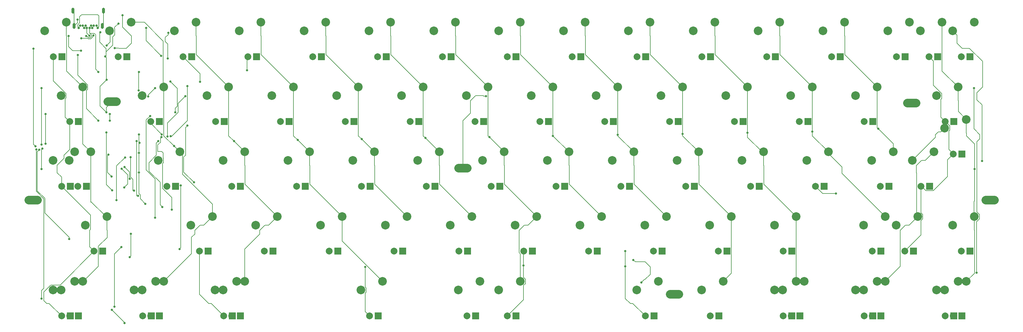
<source format=gbr>
G04 EAGLE Gerber RS-274X export*
G75*
%MOMM*%
%FSLAX34Y34*%
%LPD*%
%INTop Copper*%
%IPPOS*%
%AMOC8*
5,1,8,0,0,1.08239X$1,22.5*%
G01*
%ADD10C,2.540000*%
%ADD11C,2.000000*%
%ADD12R,2.000000X2.000000*%
%ADD13C,0.704800*%
%ADD14C,0.850000*%
%ADD15C,2.552700*%
%ADD16C,0.654800*%
%ADD17C,0.152400*%


D10*
X152400Y977900D03*
X215900Y1003300D03*
D11*
X177800Y901700D03*
D12*
X203200Y901700D03*
D10*
X342900Y977900D03*
X406400Y1003300D03*
D11*
X368300Y901700D03*
D12*
X393700Y901700D03*
D10*
X533400Y977900D03*
X596900Y1003300D03*
D11*
X558800Y901700D03*
D12*
X584200Y901700D03*
D10*
X723900Y977900D03*
X787400Y1003300D03*
D11*
X749300Y901700D03*
D12*
X774700Y901700D03*
D10*
X914400Y977900D03*
X977900Y1003300D03*
D11*
X939800Y901700D03*
D12*
X965200Y901700D03*
D10*
X1104900Y977900D03*
X1168400Y1003300D03*
D11*
X1130300Y901700D03*
D12*
X1155700Y901700D03*
D10*
X1295400Y977900D03*
X1358900Y1003300D03*
D11*
X1320800Y901700D03*
D12*
X1346200Y901700D03*
D10*
X1485900Y977900D03*
X1549400Y1003300D03*
D11*
X1511300Y901700D03*
D12*
X1536700Y901700D03*
D10*
X1676400Y977900D03*
X1739900Y1003300D03*
D11*
X1701800Y901700D03*
D12*
X1727200Y901700D03*
D10*
X1866900Y977900D03*
X1930400Y1003300D03*
D11*
X1892300Y901700D03*
D12*
X1917700Y901700D03*
D10*
X2057400Y977900D03*
X2120900Y1003300D03*
D11*
X2082800Y901700D03*
D12*
X2108200Y901700D03*
D10*
X2247900Y977900D03*
X2311400Y1003300D03*
D11*
X2273300Y901700D03*
D12*
X2298700Y901700D03*
D10*
X2438400Y977900D03*
X2501900Y1003300D03*
D11*
X2463800Y901700D03*
D12*
X2489200Y901700D03*
D10*
X200025Y787400D03*
X263525Y812800D03*
D11*
X225425Y711200D03*
D12*
X250825Y711200D03*
D10*
X438150Y787400D03*
X501650Y812800D03*
D11*
X463550Y711200D03*
D12*
X488950Y711200D03*
D10*
X628650Y787400D03*
X692150Y812800D03*
D11*
X654050Y711200D03*
D12*
X679450Y711200D03*
D10*
X819150Y787400D03*
X882650Y812800D03*
D11*
X844550Y711200D03*
D12*
X869950Y711200D03*
D10*
X1009650Y787400D03*
X1073150Y812800D03*
D11*
X1035050Y711200D03*
D12*
X1060450Y711200D03*
D10*
X1200150Y787400D03*
X1263650Y812800D03*
D11*
X1225550Y711200D03*
D12*
X1250950Y711200D03*
D10*
X1390650Y787400D03*
X1454150Y812800D03*
D11*
X1416050Y711200D03*
D12*
X1441450Y711200D03*
D10*
X1581150Y787400D03*
X1644650Y812800D03*
D11*
X1606550Y711200D03*
D12*
X1631950Y711200D03*
D10*
X1771650Y787400D03*
X1835150Y812800D03*
D11*
X1797050Y711200D03*
D12*
X1822450Y711200D03*
D10*
X1962150Y787400D03*
X2025650Y812800D03*
D11*
X1987550Y711200D03*
D12*
X2012950Y711200D03*
D10*
X2152650Y787400D03*
X2216150Y812800D03*
D11*
X2178050Y711200D03*
D12*
X2203450Y711200D03*
D10*
X2343150Y787400D03*
X2406650Y812800D03*
D11*
X2368550Y711200D03*
D12*
X2393950Y711200D03*
D10*
X2533650Y787400D03*
X2597150Y812800D03*
D11*
X2559050Y711200D03*
D12*
X2584450Y711200D03*
D10*
X2771775Y787400D03*
X2835275Y812800D03*
D11*
X2797175Y711200D03*
D12*
X2822575Y711200D03*
D10*
X223838Y596900D03*
X287338Y622300D03*
D11*
X249238Y520700D03*
D12*
X274638Y520700D03*
D10*
X485775Y596900D03*
X549275Y622300D03*
D11*
X511175Y520700D03*
D12*
X536575Y520700D03*
D10*
X676275Y596900D03*
X739775Y622300D03*
D11*
X701675Y520700D03*
D12*
X727075Y520700D03*
D10*
X866775Y596900D03*
X930275Y622300D03*
D11*
X892175Y520700D03*
D12*
X917575Y520700D03*
D10*
X1057275Y596900D03*
X1120775Y622300D03*
D11*
X1082675Y520700D03*
D12*
X1108075Y520700D03*
D10*
X1247775Y596900D03*
X1311275Y622300D03*
D11*
X1273175Y520700D03*
D12*
X1298575Y520700D03*
D10*
X1438275Y596900D03*
X1501775Y622300D03*
D11*
X1463675Y520700D03*
D12*
X1489075Y520700D03*
D10*
X1628775Y596900D03*
X1692275Y622300D03*
D11*
X1654175Y520700D03*
D12*
X1679575Y520700D03*
D10*
X1819275Y596900D03*
X1882775Y622300D03*
D11*
X1844675Y520700D03*
D12*
X1870075Y520700D03*
D10*
X2009775Y596900D03*
X2073275Y622300D03*
D11*
X2035175Y520700D03*
D12*
X2060575Y520700D03*
D10*
X2200275Y596900D03*
X2263775Y622300D03*
D11*
X2225675Y520700D03*
D12*
X2251075Y520700D03*
D10*
X2390775Y596900D03*
X2454275Y622300D03*
D11*
X2416175Y520700D03*
D12*
X2441575Y520700D03*
D10*
X581025Y406400D03*
X644525Y431800D03*
D11*
X606425Y330200D03*
D12*
X631825Y330200D03*
D10*
X771525Y406400D03*
X835025Y431800D03*
D11*
X796925Y330200D03*
D12*
X822325Y330200D03*
D10*
X962025Y406400D03*
X1025525Y431800D03*
D11*
X987425Y330200D03*
D12*
X1012825Y330200D03*
D10*
X1152525Y406400D03*
X1216025Y431800D03*
D11*
X1177925Y330200D03*
D12*
X1203325Y330200D03*
D10*
X1343025Y406400D03*
X1406525Y431800D03*
D11*
X1368425Y330200D03*
D12*
X1393825Y330200D03*
D10*
X1533525Y406400D03*
X1597025Y431800D03*
D11*
X1558925Y330200D03*
D12*
X1584325Y330200D03*
D10*
X1724025Y406400D03*
X1787525Y431800D03*
D11*
X1749425Y330200D03*
D12*
X1774825Y330200D03*
D10*
X1914525Y406400D03*
X1978025Y431800D03*
D11*
X1939925Y330200D03*
D12*
X1965325Y330200D03*
D10*
X2105025Y406400D03*
X2168525Y431800D03*
D11*
X2130425Y330200D03*
D12*
X2155825Y330200D03*
D10*
X2295525Y406400D03*
X2359025Y431800D03*
D11*
X2320925Y330200D03*
D12*
X2346325Y330200D03*
D10*
X2557463Y406400D03*
X2620963Y431800D03*
D11*
X2582863Y330200D03*
D12*
X2608263Y330200D03*
D10*
X176213Y215900D03*
X239713Y241300D03*
D11*
X201613Y139700D03*
D12*
X227013Y139700D03*
D10*
X414338Y215900D03*
X477838Y241300D03*
D11*
X439738Y139700D03*
D12*
X465138Y139700D03*
D10*
X676275Y215900D03*
X739775Y241300D03*
D11*
X701675Y139700D03*
D12*
X727075Y139700D03*
D10*
X2081213Y215900D03*
X2144713Y241300D03*
D11*
X2106613Y139700D03*
D12*
X2132013Y139700D03*
D10*
X2295525Y215900D03*
X2359025Y241300D03*
D11*
X2320925Y139700D03*
D12*
X2346325Y139700D03*
D10*
X2557463Y215900D03*
X2620963Y241300D03*
D11*
X2582863Y139700D03*
D12*
X2608263Y139700D03*
D10*
X2795588Y215900D03*
X2859088Y241300D03*
D11*
X2820988Y139700D03*
D12*
X2846388Y139700D03*
D10*
X176213Y596900D03*
X239713Y622300D03*
D11*
X201613Y520700D03*
D12*
X227013Y520700D03*
D10*
X2581275Y596900D03*
X2644775Y622300D03*
D11*
X2606675Y520700D03*
D12*
X2632075Y520700D03*
D10*
X2819400Y977900D03*
X2882900Y1003300D03*
D11*
X2844800Y901700D03*
D12*
X2870200Y901700D03*
D10*
X200025Y215900D03*
X263525Y241300D03*
D11*
X225425Y139700D03*
D12*
X250825Y139700D03*
D10*
X438150Y215900D03*
X501650Y241300D03*
D11*
X463550Y139700D03*
D12*
X488950Y139700D03*
D10*
X652463Y215900D03*
X715963Y241300D03*
D11*
X677863Y139700D03*
D12*
X703263Y139700D03*
D10*
X2319338Y215900D03*
X2382838Y241300D03*
D11*
X2344738Y139700D03*
D12*
X2370138Y139700D03*
D10*
X2533650Y215900D03*
X2597150Y241300D03*
D11*
X2559050Y139700D03*
D12*
X2584450Y139700D03*
D10*
X2771775Y215900D03*
X2835275Y241300D03*
D11*
X2797175Y139700D03*
D12*
X2822575Y139700D03*
D10*
X2819400Y406400D03*
X2882900Y431800D03*
D11*
X2844800Y330200D03*
D12*
X2870200Y330200D03*
D10*
X271463Y406400D03*
X334963Y431800D03*
D11*
X296863Y330200D03*
D12*
X322263Y330200D03*
D10*
X2652713Y406400D03*
X2716213Y431800D03*
D11*
X2678113Y330200D03*
D12*
X2703513Y330200D03*
D10*
X2724150Y977900D03*
X2787650Y1003300D03*
D11*
X2749550Y901700D03*
D12*
X2774950Y901700D03*
D10*
X2795588Y692150D03*
X2859088Y717550D03*
D11*
X2820988Y615950D03*
D12*
X2846388Y615950D03*
D10*
X1081088Y215900D03*
X1144588Y241300D03*
D11*
X1106488Y139700D03*
D12*
X1131888Y139700D03*
D10*
X1890713Y215900D03*
X1954213Y241300D03*
D11*
X1916113Y139700D03*
D12*
X1941513Y139700D03*
D10*
X1485900Y215900D03*
X1549400Y241300D03*
D11*
X1511300Y139700D03*
D12*
X1536700Y139700D03*
D10*
X2628900Y977900D03*
X2692400Y1003300D03*
D11*
X2654300Y901700D03*
D12*
X2679700Y901700D03*
D10*
X2700338Y596900D03*
X2763838Y622300D03*
D11*
X2725738Y520700D03*
D12*
X2751138Y520700D03*
D10*
X1366838Y215900D03*
X1430338Y241300D03*
D11*
X1392238Y139700D03*
D12*
X1417638Y139700D03*
D13*
X308083Y986510D03*
X304083Y993510D03*
X296083Y993510D03*
X292083Y986510D03*
X288083Y993510D03*
X284083Y986510D03*
X276083Y986510D03*
X272083Y993510D03*
X268083Y986510D03*
X264083Y993510D03*
X256083Y993510D03*
X252083Y986510D03*
D14*
X235183Y1033060D02*
X235183Y1041560D01*
X238783Y996760D02*
X238783Y988260D01*
X321383Y988260D02*
X321383Y996760D01*
X324983Y1033060D02*
X324983Y1041560D01*
D15*
X130672Y480263D02*
X105145Y480263D01*
X337287Y769940D02*
X362814Y769940D01*
X1367684Y574399D02*
X1393211Y574399D01*
X2686203Y765556D02*
X2711730Y765556D01*
X2916204Y480245D02*
X2941731Y480245D01*
X2014662Y203598D02*
X1989135Y203598D01*
D16*
X333375Y738188D03*
D17*
X314343Y757220D01*
X314343Y814399D02*
X333378Y833434D01*
D16*
X334197Y834253D03*
D17*
X333378Y833434D01*
X314343Y814399D02*
X314343Y757220D01*
D16*
X258940Y920054D03*
X329746Y902937D03*
D17*
X332745Y916286D02*
X332745Y925774D01*
X332745Y904338D02*
X331344Y902937D01*
X329746Y902937D01*
X332745Y925774D02*
X313737Y944782D01*
X313737Y971662D02*
X315569Y973494D01*
X313737Y971662D02*
X313737Y944782D01*
D16*
X315569Y973494D03*
D17*
X357188Y984806D02*
X357886Y984107D01*
X357886Y966435D01*
X332745Y916286D02*
X332745Y904338D01*
X352215Y935756D02*
X352215Y960764D01*
X352215Y935756D02*
X332745Y916286D01*
X352215Y960764D02*
X357886Y966435D01*
D16*
X222410Y962592D03*
D17*
X222410Y931551D01*
X233907Y920054D02*
X258940Y920054D01*
X233907Y920054D02*
X222410Y931551D01*
X329746Y902937D02*
X333378Y899304D01*
X333378Y833434D01*
X363286Y581204D02*
X363286Y480207D01*
D16*
X363286Y480207D03*
X428339Y803053D03*
D17*
X428339Y856964D01*
X428625Y857250D01*
D16*
X428625Y857250D03*
X401760Y312615D03*
D17*
X404813Y315667D01*
X404813Y381000D01*
D16*
X404813Y381000D03*
X388037Y605954D03*
D17*
X363286Y581204D01*
D16*
X368635Y999528D03*
D17*
X357188Y988080D01*
X357188Y984806D01*
X1380448Y713698D02*
X1380448Y574399D01*
X1402908Y772704D02*
X1418046Y787842D01*
X1439454Y787842D01*
X1402908Y736158D02*
X1380448Y713698D01*
X1402908Y736158D02*
X1402908Y772704D01*
X1439454Y787842D02*
X1441484Y785813D01*
X1448590Y785813D01*
D16*
X1448590Y785813D03*
X1905000Y238125D03*
D17*
X1915642Y247058D02*
X1930780Y262196D01*
X1930780Y283604D01*
X1915642Y298742D01*
X1913933Y247058D02*
X1905000Y238125D01*
X1913933Y247058D02*
X1915642Y247058D01*
X1886591Y298742D02*
X1881188Y304145D01*
D16*
X1881188Y304145D03*
D17*
X1886591Y298742D02*
X1915642Y298742D01*
X350051Y769940D02*
X333375Y753264D01*
X333375Y738188D01*
D16*
X259835Y956102D03*
X295551Y964604D03*
D17*
X287191Y954580D02*
X279639Y954580D01*
X287191Y954580D02*
X292531Y959920D01*
X292531Y961584D01*
X295551Y964604D01*
X278117Y956102D02*
X259835Y956102D01*
X278117Y956102D02*
X279639Y954580D01*
D16*
X515394Y971832D03*
X513614Y897126D03*
D17*
X506358Y946559D02*
X506358Y958441D01*
X515394Y967477D02*
X515394Y971832D01*
X515394Y967477D02*
X506358Y958441D01*
X506358Y946559D02*
X513614Y939303D01*
X513614Y897126D01*
D16*
X476250Y428625D03*
D17*
X476250Y543133D01*
X450408Y568975D01*
X450408Y716265D02*
X461647Y727503D01*
D16*
X461647Y727503D03*
X535339Y738188D03*
X521343Y829027D03*
D17*
X535339Y750006D02*
X535339Y738188D01*
X535339Y750006D02*
X541392Y756059D01*
X541392Y808978D01*
X521343Y829027D01*
X450408Y716265D02*
X450408Y568975D01*
X344555Y976245D02*
X342900Y977900D01*
X344555Y976245D02*
X344555Y945397D01*
X334036Y934878D01*
D16*
X334036Y934878D03*
X2905125Y595313D03*
D17*
X2905125Y760166D01*
X2890246Y775046D01*
X2890246Y796454D01*
X2846796Y926658D02*
X2831658Y941796D01*
X2831658Y965642D02*
X2819400Y977900D01*
X2831658Y965642D02*
X2831658Y941796D01*
X2846796Y926658D02*
X2868475Y926658D01*
X2907092Y888041D02*
X2907092Y813301D01*
X2907092Y888041D02*
X2868475Y926658D01*
X2907092Y813301D02*
X2890246Y796454D01*
X2768546Y665108D02*
X2700338Y596900D01*
X2768546Y665108D02*
X2768546Y672691D01*
X2776947Y681092D01*
X2784530Y681092D01*
X2795588Y692150D01*
D16*
X125131Y638322D03*
X118998Y925968D03*
D17*
X118998Y644454D01*
X125131Y638322D01*
D16*
X154722Y646136D03*
D17*
X154722Y733685D01*
D16*
X154722Y733685D03*
X145286Y631887D03*
X142875Y571500D03*
D17*
X142875Y629476D01*
X145286Y631887D01*
D16*
X136198Y628839D03*
D17*
X130158Y622799D01*
X130158Y507693D01*
D16*
X224141Y366294D03*
D17*
X152639Y485211D02*
X130158Y507693D01*
X224141Y370736D02*
X224141Y366294D01*
X224141Y370736D02*
X152639Y442238D01*
X152639Y485211D01*
D16*
X127110Y629234D03*
D17*
X127110Y506430D01*
X149591Y483949D02*
X149591Y221391D01*
X149591Y483949D02*
X127110Y506430D01*
X142875Y214675D02*
X142875Y190500D01*
D16*
X142875Y190500D03*
D17*
X142875Y214675D02*
X149591Y221391D01*
X215900Y963646D02*
X215900Y1003300D01*
X215900Y963646D02*
X216342Y963204D01*
X216342Y859983D02*
X263525Y812800D01*
X216342Y859983D02*
X216342Y963204D01*
X263525Y812800D02*
X263525Y773146D01*
X263967Y772704D01*
X263967Y645671D02*
X287338Y622300D01*
X263967Y645671D02*
X263967Y772704D01*
X287338Y622300D02*
X287338Y582646D01*
X287780Y582204D01*
X287780Y476250D01*
X287780Y474221D01*
X335405Y391704D02*
X335405Y370296D01*
X334963Y392146D02*
X334963Y431800D01*
X334963Y392146D02*
X335405Y391704D01*
X309563Y344454D02*
X309563Y285750D01*
X309563Y344454D02*
X335405Y370296D01*
X309563Y285750D02*
X265113Y241300D01*
X263525Y241300D01*
X332230Y431800D02*
X287780Y476250D01*
X332230Y431800D02*
X334963Y431800D01*
X500438Y814012D02*
X500438Y947851D01*
X500438Y814012D02*
X501650Y812800D01*
X500438Y947851D02*
X444989Y1003300D01*
X406400Y1003300D01*
X501650Y812800D02*
X501650Y773146D01*
X502092Y772704D01*
X502092Y669483D02*
X532008Y639567D01*
X549275Y622300D01*
X502092Y669483D02*
X502092Y772704D01*
X549275Y622300D02*
X556684Y614891D01*
X556684Y556092D01*
X644720Y468056D02*
X644720Y431995D01*
X644525Y431800D01*
X644720Y468056D02*
X556684Y556092D01*
X583402Y370677D02*
X583402Y323052D01*
X501650Y241300D01*
X619567Y406842D02*
X644525Y431800D01*
X619567Y406842D02*
X608421Y406842D01*
X593283Y391704D01*
X593283Y380558D01*
X583402Y370677D01*
D16*
X532008Y639567D03*
D17*
X596900Y963646D02*
X596900Y1003300D01*
X596900Y963646D02*
X597342Y963204D01*
X597342Y907608D02*
X692150Y812800D01*
X597342Y907608D02*
X597342Y963204D01*
X692150Y812800D02*
X692150Y773146D01*
X692592Y772704D01*
X692592Y669483D02*
X708336Y653739D01*
X739775Y622300D01*
X692592Y669483D02*
X692592Y772704D01*
X739775Y622300D02*
X739775Y582646D01*
X740217Y582204D01*
X740217Y526608D02*
X835025Y431800D01*
X740217Y526608D02*
X740217Y582204D01*
X739775Y336550D02*
X739775Y241300D01*
X810067Y406842D02*
X835025Y431800D01*
X810067Y406842D02*
X798921Y406842D01*
X783783Y391704D01*
X783783Y380558D01*
X739775Y336550D01*
D16*
X708336Y653739D03*
D17*
X787400Y963646D02*
X787400Y1003300D01*
X787400Y963646D02*
X787842Y963204D01*
X787842Y907608D02*
X882650Y812800D01*
X787842Y907608D02*
X787842Y963204D01*
X882650Y812800D02*
X882650Y773146D01*
X883092Y772704D01*
X883092Y669483D02*
X895630Y656945D01*
X930275Y622300D01*
X883092Y669483D02*
X883092Y772704D01*
X930275Y622300D02*
X930275Y582646D01*
X930717Y582204D01*
X930717Y526608D02*
X1025525Y431800D01*
X930717Y526608D02*
X930717Y582204D01*
X1025525Y431800D02*
X1025525Y392146D01*
X1025967Y391704D01*
X1025967Y359921D02*
X1144588Y241300D01*
X1025967Y359921D02*
X1025967Y391704D01*
D16*
X895630Y656945D03*
D17*
X977900Y963646D02*
X977900Y1003300D01*
X977900Y963646D02*
X978342Y963204D01*
X978342Y907608D02*
X1073150Y812800D01*
X978342Y907608D02*
X978342Y963204D01*
X1073150Y812800D02*
X1073150Y773146D01*
X1073592Y772704D01*
X1073592Y669483D02*
X1083204Y659871D01*
X1120775Y622300D01*
X1073592Y669483D02*
X1073592Y772704D01*
X1120775Y622300D02*
X1120775Y582646D01*
X1121217Y582204D01*
X1121217Y526608D02*
X1216025Y431800D01*
X1121217Y526608D02*
X1121217Y582204D01*
D16*
X1083204Y659871D03*
D17*
X1168400Y963646D02*
X1168400Y1003300D01*
X1168400Y963646D02*
X1168842Y963204D01*
X1168842Y907608D02*
X1263650Y812800D01*
X1168842Y907608D02*
X1168842Y963204D01*
X1263650Y812800D02*
X1263650Y773146D01*
X1264092Y772704D01*
X1264092Y669483D02*
X1270436Y663139D01*
X1311275Y622300D01*
X1264092Y669483D02*
X1264092Y772704D01*
X1311275Y622300D02*
X1311275Y582646D01*
X1311717Y582204D01*
X1311717Y526608D02*
X1406525Y431800D01*
X1311717Y526608D02*
X1311717Y582204D01*
D16*
X1270436Y663139D03*
D17*
X1358900Y963646D02*
X1358900Y1003300D01*
X1358900Y963646D02*
X1359342Y963204D01*
X1359342Y907608D02*
X1454150Y812800D01*
X1359342Y907608D02*
X1359342Y963204D01*
X1454150Y812800D02*
X1454150Y773146D01*
X1454592Y772704D01*
X1454592Y669483D02*
X1458394Y665681D01*
X1501775Y622300D01*
X1454592Y669483D02*
X1454592Y772704D01*
X1501775Y622300D02*
X1501775Y582646D01*
X1502217Y582204D01*
X1502217Y526608D02*
X1597025Y431800D01*
X1502217Y526608D02*
X1502217Y582204D01*
X1597025Y431800D02*
X1572067Y406842D01*
X1560921Y406842D01*
X1545783Y391704D01*
X1549400Y322350D02*
X1549400Y241300D01*
X1545783Y325967D02*
X1545783Y391704D01*
X1545783Y325967D02*
X1549400Y322350D01*
D16*
X1458394Y665681D03*
D17*
X1549400Y963646D02*
X1549400Y1003300D01*
X1549400Y963646D02*
X1549842Y963204D01*
X1549842Y907608D02*
X1644650Y812800D01*
X1549842Y907608D02*
X1549842Y963204D01*
X1644650Y812800D02*
X1644650Y773146D01*
X1645092Y772704D01*
X1692275Y622300D02*
X1692275Y582646D01*
X1692717Y582204D01*
X1692717Y526608D02*
X1787525Y431800D01*
X1692717Y526608D02*
X1692717Y582204D01*
D16*
X1645092Y669255D03*
D17*
X1692047Y622300D02*
X1692275Y622300D01*
X1645092Y669255D02*
X1645092Y772704D01*
X1645092Y669255D02*
X1692047Y622300D01*
X1739900Y963646D02*
X1739900Y1003300D01*
X1739900Y963646D02*
X1740342Y963204D01*
X1740342Y907608D02*
X1835150Y812800D01*
X1740342Y907608D02*
X1740342Y963204D01*
X1835150Y812800D02*
X1835150Y773146D01*
X1835592Y772704D01*
X1835592Y669483D02*
X1882775Y622300D01*
X1835592Y672303D02*
X1835592Y772704D01*
X1835592Y672303D02*
X1835592Y669483D01*
X1882775Y622300D02*
X1882775Y582646D01*
X1883217Y582204D01*
X1883217Y526608D02*
X1978025Y431800D01*
X1883217Y526608D02*
X1883217Y582204D01*
D16*
X1835592Y672303D03*
D17*
X1930400Y963646D02*
X1930400Y1003300D01*
X1930400Y963646D02*
X1930842Y963204D01*
X1930842Y907608D02*
X2025650Y812800D01*
X1930842Y907608D02*
X1930842Y963204D01*
X2025650Y812800D02*
X2025650Y773146D01*
X2026092Y772704D01*
X2026092Y669483D02*
X2073275Y622300D01*
X2026092Y675351D02*
X2026092Y772704D01*
X2026092Y675351D02*
X2026092Y669483D01*
X2073275Y622300D02*
X2073275Y582646D01*
X2073717Y582204D01*
X2073717Y526608D02*
X2168525Y431800D01*
X2073717Y526608D02*
X2073717Y582204D01*
X2168525Y431800D02*
X2168525Y392146D01*
X2168967Y391704D01*
X2168967Y265555D01*
X2144713Y241300D01*
D16*
X2026092Y675351D03*
D17*
X2120900Y963646D02*
X2120900Y1003300D01*
X2120900Y963646D02*
X2121342Y963204D01*
X2121342Y907608D02*
X2216150Y812800D01*
X2121342Y907608D02*
X2121342Y963204D01*
X2216150Y812800D02*
X2216150Y773146D01*
X2216592Y772704D01*
X2216592Y678399D01*
X2216592Y664721D01*
X2259013Y622300D01*
X2263775Y622300D01*
X2263775Y582646D01*
X2264217Y582204D01*
X2264217Y526608D02*
X2359025Y431800D01*
X2264217Y526608D02*
X2264217Y582204D01*
X2359025Y431800D02*
X2359025Y392146D01*
X2359467Y391704D01*
X2359467Y370296D01*
X2359025Y369854D01*
X2359025Y241300D01*
D16*
X2216592Y678399D03*
D17*
X2311400Y963646D02*
X2311400Y1003300D01*
X2311400Y963646D02*
X2311842Y963204D01*
X2311842Y907608D02*
X2406650Y812800D01*
X2311842Y907608D02*
X2311842Y963204D01*
X2406650Y812800D02*
X2406650Y773146D01*
X2407092Y772704D01*
X2407092Y669483D02*
X2454275Y622300D01*
X2407092Y681447D02*
X2407092Y772704D01*
X2407092Y681447D02*
X2407092Y669483D01*
X2494017Y558746D02*
X2620963Y431800D01*
X2494017Y558746D02*
X2494017Y577441D01*
X2454275Y617183D02*
X2454275Y622300D01*
X2454275Y617183D02*
X2494017Y577441D01*
D16*
X2407092Y681447D03*
D17*
X2501900Y963646D02*
X2501900Y1003300D01*
X2501900Y963646D02*
X2502342Y963204D01*
X2502342Y907608D02*
X2597150Y812800D01*
X2502342Y907608D02*
X2502342Y963204D01*
X2597150Y812800D02*
X2597150Y773146D01*
X2597592Y772704D01*
X2597592Y693174D01*
X2600730Y690036D01*
X2712596Y582204D02*
X2727733Y597342D01*
X2712596Y582204D02*
X2712596Y560796D01*
X2738880Y597342D02*
X2763838Y622300D01*
X2738880Y597342D02*
X2727733Y597342D01*
X2712596Y560796D02*
X2713452Y559940D01*
X2713452Y434561D02*
X2716213Y431800D01*
X2713452Y434561D02*
X2713452Y559940D01*
X2680108Y406842D02*
X2664971Y391704D01*
X2691255Y406842D02*
X2716213Y431800D01*
X2691255Y406842D02*
X2680108Y406842D01*
X2664971Y285308D02*
X2620963Y241300D01*
X2664971Y285308D02*
X2664971Y391704D01*
D16*
X2600730Y690036D03*
D17*
X2644775Y645991D02*
X2644775Y622300D01*
X2644775Y645991D02*
X2600730Y690036D01*
X2787650Y963646D02*
X2787650Y1003300D01*
X2787650Y963646D02*
X2788092Y963204D01*
X2788092Y859983D02*
X2835275Y812800D01*
X2788092Y859983D02*
X2788092Y963204D01*
X2835275Y812800D02*
X2835275Y773146D01*
X2835717Y772704D01*
X2835717Y740921D02*
X2859088Y717550D01*
X2835717Y740921D02*
X2835717Y772704D01*
X2859088Y717550D02*
X2859088Y677896D01*
X2859530Y677454D01*
X2859530Y669237D01*
X2883280Y478396D02*
X2881313Y476429D01*
X2883280Y645487D02*
X2859530Y669237D01*
X2883280Y645487D02*
X2883280Y571500D01*
X2883280Y478396D01*
X2883342Y265555D02*
X2859088Y241300D01*
X2881313Y433388D02*
X2881313Y476429D01*
X2881313Y433388D02*
X2882900Y431800D01*
X2882900Y392146D01*
X2883342Y391704D01*
X2883342Y265555D01*
D16*
X2883280Y571500D03*
D17*
X215011Y781193D02*
X215011Y793607D01*
X215011Y781193D02*
X212283Y778465D01*
X177800Y830818D02*
X177800Y901700D01*
X177800Y830818D02*
X215011Y793607D01*
X212283Y724342D02*
X225425Y711200D01*
X212283Y724342D02*
X212283Y778465D01*
X225425Y711200D02*
X225425Y629206D01*
X188471Y560796D02*
X201613Y547654D01*
X201613Y520700D01*
X208852Y603107D02*
X208852Y612632D01*
X208852Y603107D02*
X188471Y582726D01*
X208852Y612632D02*
X225425Y629206D01*
X188471Y582726D02*
X188471Y560796D01*
X201613Y520700D02*
X286449Y435864D01*
X286449Y394432D01*
X283721Y391704D01*
X283721Y343342D02*
X296863Y330200D01*
X283721Y343342D02*
X283721Y391704D01*
X149171Y184559D02*
X157572Y176158D01*
X197549Y230886D02*
X296863Y330200D01*
X197549Y230886D02*
X170005Y230886D01*
X165155Y176158D02*
X157572Y176158D01*
X165155Y176158D02*
X201613Y139700D01*
X149171Y210051D02*
X170005Y230886D01*
X149171Y210051D02*
X149171Y184559D01*
X2740191Y508414D02*
X2762084Y508414D01*
X2803580Y598542D02*
X2820988Y615950D01*
X2803580Y549909D02*
X2762084Y508414D01*
X2803580Y549909D02*
X2803580Y598542D01*
X2727905Y520700D02*
X2725738Y520700D01*
X2727905Y520700D02*
X2740191Y508414D01*
X2810574Y685943D02*
X2810574Y698357D01*
X2801795Y707136D01*
X2801239Y707136D01*
X2797175Y711200D01*
X2807846Y629092D02*
X2820988Y615950D01*
X2807846Y629092D02*
X2807846Y683215D01*
X2810574Y685943D01*
X2786761Y793607D02*
X2762250Y818118D01*
X2786761Y793607D02*
X2786761Y778995D01*
X2784033Y724342D02*
X2797175Y711200D01*
X2784033Y724342D02*
X2784033Y776267D01*
X2786761Y778995D01*
X2762250Y889000D02*
X2749550Y901700D01*
X2762250Y889000D02*
X2762250Y818118D01*
X2725738Y377825D02*
X2678113Y330200D01*
X2725738Y443468D02*
X2725738Y520700D01*
X2725738Y443468D02*
X2731199Y438007D01*
X2731199Y425593D01*
X2725738Y420132D01*
X2725738Y377825D01*
D16*
X1558659Y288399D03*
D17*
X1558659Y329934D01*
X1558925Y330200D01*
X1558659Y187059D02*
X1511300Y139700D01*
X1558659Y187059D02*
X1558659Y229366D01*
X1564386Y235093D01*
X1564386Y247507D01*
X1558659Y253235D01*
X1558659Y288399D01*
D16*
X1857375Y285750D03*
D17*
X1857375Y330693D01*
D16*
X1857375Y330693D03*
D17*
X1879655Y176158D02*
X1916113Y139700D01*
X1879655Y176158D02*
X1872072Y176158D01*
X1857375Y190855D01*
X1857375Y285750D01*
D16*
X1093466Y283841D03*
D17*
X1096074Y222107D02*
X1096074Y209693D01*
X1096074Y222107D02*
X1093466Y224715D01*
X1093466Y283841D01*
X1093346Y152842D02*
X1106488Y139700D01*
X1093346Y152842D02*
X1093346Y206965D01*
X1096074Y209693D01*
D16*
X343439Y714009D03*
D17*
X343439Y733685D01*
X343896Y734143D01*
X343439Y733772D02*
X343439Y733685D01*
D16*
X343439Y733772D03*
D17*
X463550Y711200D02*
X463550Y706207D01*
X496024Y673733D01*
D16*
X496024Y673733D03*
X428625Y673733D03*
D17*
X428625Y650927D02*
X428625Y619125D01*
X428625Y561218D02*
X428625Y500063D01*
X433357Y495330D01*
X433357Y484252D01*
X447927Y469682D01*
D16*
X447927Y469682D03*
X430547Y649006D03*
D17*
X428625Y650927D01*
X428625Y673733D01*
D16*
X428625Y619125D03*
X428625Y561218D03*
D17*
X428625Y619125D01*
D16*
X348603Y549721D03*
D17*
X336847Y561477D01*
X336847Y611507D02*
X339443Y614103D01*
D16*
X339443Y614103D03*
D17*
X336847Y611507D02*
X336847Y561477D01*
D16*
X608612Y828566D03*
D17*
X608612Y851888D01*
X558800Y901700D01*
X641405Y176158D02*
X677863Y139700D01*
X641405Y176158D02*
X633822Y176158D01*
X606425Y203555D01*
X606425Y330200D01*
X2416175Y520700D02*
X2436813Y500063D01*
X2476500Y500063D01*
D16*
X2476500Y500063D03*
D17*
X746569Y861760D02*
X746569Y898969D01*
D16*
X746569Y861760D03*
D17*
X746569Y898969D02*
X749300Y901700D01*
D16*
X349182Y158070D03*
D17*
X386874Y120378D01*
X386874Y119063D01*
D16*
X386874Y119063D03*
X274327Y962509D03*
D17*
X289483Y961182D02*
X289483Y966209D01*
X289483Y961182D02*
X285929Y957628D01*
X280902Y957628D01*
X284083Y971610D02*
X284083Y986510D01*
X276020Y962509D02*
X280902Y957628D01*
X276020Y962509D02*
X274327Y962509D01*
X285021Y970672D02*
X289483Y966209D01*
D16*
X485722Y653586D03*
X497754Y460269D03*
D17*
X479751Y647615D02*
X485722Y653586D01*
X479751Y647615D02*
X479751Y612069D01*
X458437Y590756D01*
X458437Y565257D01*
X491260Y532434D02*
X491260Y466763D01*
X497754Y460269D01*
X491260Y532434D02*
X458437Y565257D01*
X301619Y967117D02*
X298065Y970672D01*
X285021Y970672D02*
X284083Y971610D01*
X301619Y865193D02*
X309563Y857250D01*
X298065Y970672D02*
X285021Y970672D01*
X301619Y967117D02*
X301619Y865193D01*
D16*
X309563Y857250D03*
X513087Y667069D03*
X565432Y785813D03*
D17*
X544440Y764821D01*
X513087Y707354D02*
X513087Y667069D01*
X513087Y707354D02*
X544440Y738707D01*
X544440Y764821D01*
D16*
X456156Y785458D03*
D17*
X456156Y789531D01*
X476250Y809625D01*
D16*
X476250Y809625D03*
D17*
X276083Y971029D02*
X276083Y986510D01*
X276083Y971029D02*
X283415Y963696D01*
D16*
X283415Y963696D03*
X495337Y665635D03*
X525220Y452238D03*
D17*
X484327Y623680D02*
X484327Y642938D01*
X492163Y662461D02*
X495337Y665635D01*
X492163Y662461D02*
X492163Y650773D01*
X484327Y642938D01*
X525220Y488333D02*
X525220Y452238D01*
X525220Y488333D02*
X498652Y514900D01*
X498652Y588584D02*
X500761Y590693D01*
X500761Y603107D01*
X500063Y603806D01*
X500063Y619125D01*
X495508Y623680D01*
X484327Y623680D01*
X498652Y588584D02*
X498652Y514900D01*
D16*
X358108Y927767D03*
D17*
X370296Y926658D02*
X391704Y926658D01*
X406842Y941796D01*
X406842Y963204D01*
X369187Y927767D02*
X358108Y927767D01*
X369187Y927767D02*
X370296Y926658D01*
X406842Y963204D02*
X381000Y989046D01*
X381000Y1023938D01*
D16*
X381000Y1023938D03*
X450011Y986300D03*
D17*
X450011Y949234D01*
X494370Y904875D01*
D16*
X494370Y904875D03*
X571500Y815246D03*
D17*
X571500Y714375D01*
X523875Y666750D01*
X522175Y668450D01*
D16*
X522175Y668450D03*
X422402Y653713D03*
D17*
X422402Y492880D01*
X426630Y492880D01*
D16*
X426630Y492880D03*
X378080Y572870D03*
D17*
X396065Y554885D01*
X396065Y528017D02*
X385505Y517458D01*
D16*
X385505Y517458D03*
D17*
X396065Y528017D02*
X396065Y554885D01*
D16*
X386424Y577379D03*
D17*
X400844Y562958D01*
X400844Y542555D01*
X401623Y542555D01*
X401625Y542557D01*
D16*
X401625Y542557D03*
X404357Y606326D03*
D17*
X404357Y548143D01*
X411316Y541185D02*
X411316Y508150D01*
X413854Y508150D01*
X414110Y508406D01*
D16*
X414110Y508406D03*
D17*
X411316Y541185D02*
X404357Y548143D01*
D16*
X333375Y678907D03*
D17*
X333375Y525922D01*
X350161Y509136D01*
D16*
X350161Y509136D03*
X571214Y699557D03*
X590388Y532616D03*
D17*
X565728Y694072D02*
X571214Y699557D01*
X565728Y694072D02*
X565728Y612667D01*
X560333Y607272D01*
X560333Y562671D01*
X590388Y532616D01*
D16*
X551881Y523875D03*
D17*
X551881Y340326D01*
X547917Y336361D01*
D16*
X547917Y336361D03*
X357188Y166688D03*
D17*
X357188Y321679D01*
X377541Y342033D01*
X377541Y342033D01*
X377115Y342459D01*
D16*
X377115Y342459D03*
X309563Y714375D03*
X249354Y907214D03*
D17*
X278511Y819007D02*
X278511Y806593D01*
X249354Y848165D02*
X249354Y907214D01*
X249354Y848165D02*
X278511Y819007D01*
X274583Y749355D02*
X309563Y714375D01*
X274583Y749355D02*
X274583Y802665D01*
X278511Y806593D01*
D16*
X142875Y644023D03*
D17*
X142875Y809625D01*
D16*
X142875Y809625D03*
X2881313Y809625D03*
X2889410Y267320D03*
D17*
X2898830Y660809D02*
X2898830Y672691D01*
X2897886Y438007D02*
X2897886Y425593D01*
X2881313Y690208D02*
X2881313Y809625D01*
X2881313Y690208D02*
X2898830Y672691D01*
X2898830Y660809D02*
X2890246Y652225D01*
X2890246Y445648D01*
X2897886Y438007D01*
X2897886Y425593D02*
X2889410Y417117D01*
X2889410Y267320D01*
X252083Y986510D02*
X252083Y987856D01*
X249257Y990682D01*
X249257Y996337D01*
X254739Y1020001D02*
X260062Y1025324D01*
X254739Y1001820D02*
X249257Y996337D01*
X254739Y1001820D02*
X254739Y1020001D01*
X260062Y1025324D02*
X307687Y1025324D01*
X310909Y990682D02*
X308083Y987856D01*
X308083Y986510D01*
X310909Y1022103D02*
X307687Y1025324D01*
X310909Y1022103D02*
X310909Y990682D01*
X238783Y1033710D02*
X235183Y1037310D01*
X238783Y1033710D02*
X238783Y992510D01*
X324983Y996110D02*
X324983Y1037310D01*
X324983Y996110D02*
X321383Y992510D01*
X248397Y1002124D02*
X238783Y992510D01*
X248397Y1010670D02*
X248671Y1010944D01*
D16*
X248671Y1010944D03*
D17*
X248397Y1010670D02*
X248397Y1002124D01*
M02*

</source>
